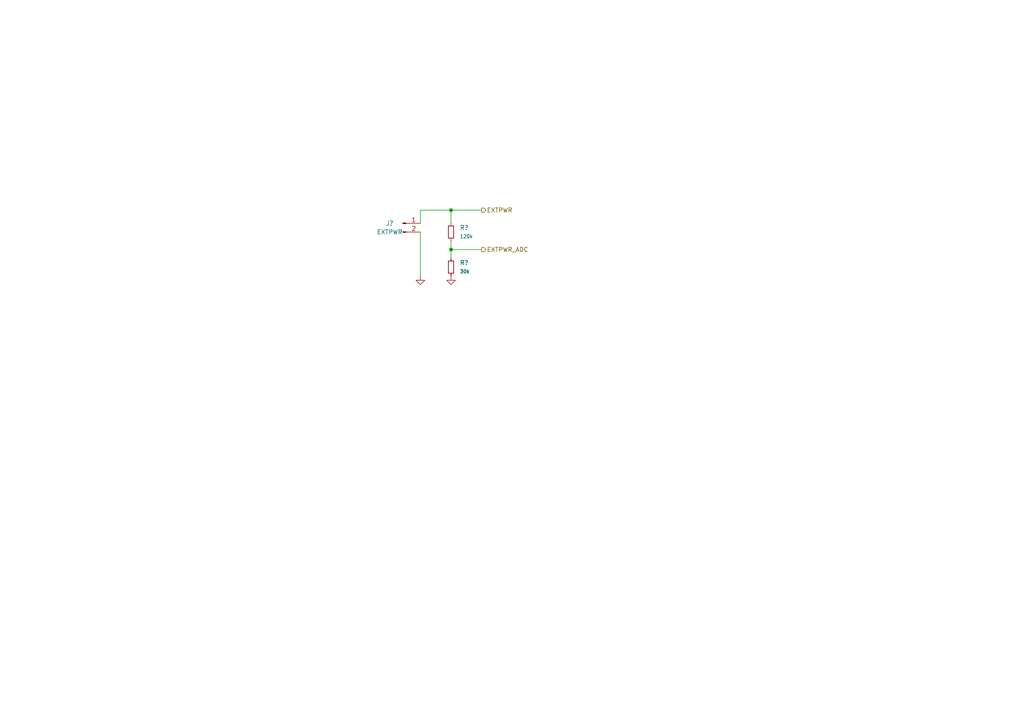
<source format=kicad_sch>
(kicad_sch (version 20211123) (generator eeschema)
  (paper "A4")
  (lib_symbols
    (symbol "Connector:Conn_01x02_Male" (pin_names (offset 1.016) hide)
      (property "Reference" "J" (at 0 2.54 0))
      (property "Value" "Conn_01x02_Male" (at 0 -5.08 0))
      (symbol "Conn_01x02_Male_1_1"
        (polyline (pts (xy 1.27 -2.54) (xy 0.8636 -2.54)) (stroke (width 0.1524)))
        (polyline (pts (xy 1.27 0) (xy 0.8636 0)) (stroke (width 0.1524)))
        (rectangle (start 0.8636 -2.413) (end 0 -2.667) (stroke (width 0.1524)) (fill (type outline)))
        (rectangle (start 0.8636 0.127) (end 0 -0.127) (stroke (width 0.1524)) (fill (type outline)))
        (pin passive line (at 5.08 0 180) (length 3.81) (name "Pin_1") (number "1"))
        (pin passive line (at 5.08 -2.54 180) (length 3.81) (name "Pin_2") (number "2"))
      )
    )
    (symbol "Device:R_Small" (pin_numbers hide) (pin_names (offset 0.254) hide)
      (property "Reference" "R" (at 0.762 0.508 0))
      (property "Value" "R_Small" (at 0.762 -1.016 0))
      (symbol "R_Small_0_1"
        (rectangle (start -0.762 1.778) (end 0.762 -1.778) (stroke (width 0.2032)))
      )
      (symbol "R_Small_1_1"
        (pin passive line (at 0 2.54 270) (length 0.762) (name "~") (number "1"))
        (pin passive line (at 0 -2.54 90) (length 0.762) (name "~") (number "2"))
      )
    )
    (symbol "power:GND" (power) (pin_names (offset 0))
      (property "Value" "GND" (at 0 -3.81 0))
      (symbol "GND_0_1"
        (polyline (pts (xy 0 0) (xy 0 -1.27) (xy 1.27 -1.27) (xy 0 -2.54) (xy -1.27 -1.27) (xy 0 -1.27)))
      )
      (symbol "GND_1_1"
        (pin power_in line (at 0 0 270) (length 0) hide (name "GND") (number "1"))
      )
    )
  )
  (junction (at 130.81 60.96))
  (junction (at 130.81 72.39))
  (wire (pts (xy 130.81 72.39) (xy 139.7 72.39)))
  (wire (pts (xy 121.92 60.96) (xy 121.92 64.77)))
  (wire (pts (xy 130.81 72.39) (xy 130.81 74.93)))
  (wire (pts (xy 121.92 67.31) (xy 121.92 80.01)))
  (wire (pts (xy 130.81 69.85) (xy 130.81 72.39)))
  (wire (pts (xy 130.81 60.96) (xy 130.81 64.77)))
  (wire (pts (xy 130.81 60.96) (xy 121.92 60.96)))
  (wire (pts (xy 139.7 60.96) (xy 130.81 60.96)))
  (hierarchical_label "EXTPWR_ADC" (shape output) (at 139.7 72.39 0))
  (hierarchical_label "EXTPWR" (shape output) (at 139.7 60.96 0))
  (symbol (lib_id "power:GND") (at 121.92 80.01 0) (unit 1)
    (property "Reference" "#PWR?" (effects hide))
    (property "Value" "GND" (effects hide))
  )
  (symbol (lib_id "Device:R_Small") (at 130.81 77.47 0) (unit 1)
    (property "Reference" "R?" (at 133.35 76.2 0) (effects (justify left)))
    (property "Value" "30k" (at 133.35 78.74 0) (effects (font (size 1 1)) (justify left)))
    (property "Footprint" "Resistor_SMD:R_0402_1005Metric_Pad0.72x0.64mm_HandSolder" (effects hide))
  )
  (symbol (lib_id "Device:R_Small") (at 130.81 67.31 0) (unit 1)
    (property "Reference" "R?" (at 133.35 66.04 0) (effects (justify left)))
    (property "Value" "120k" (at 133.35 68.58 0) (effects (font (size 1 1)) (justify left)))
    (property "Footprint" "Resistor_SMD:R_0402_1005Metric_Pad0.72x0.64mm_HandSolder" (effects hide))
  )
  (symbol (lib_id "power:GND") (at 130.81 80.01 0) (unit 1)
    (property "Reference" "#PWR?" (effects hide))
    (property "Value" "GND" (effects hide))
  )
  (symbol (lib_id "Connector:Conn_01x02_Male") (at 116.84 64.77 0) (unit 1)
    (property "Reference" "J?" (at 113.03 64.77 0))
    (property "Value" "EXTPWR" (at 113.03 67.31 0))
    (property "Footprint" "TerminalBlock:TerminalBlock_bornier-2_P5.08mm" (effects hide))
    (property "MFR" "WJ500V-5.08-2P" (effects hide))
    (property "JLCPCB Part" "C8465" (effects hide))
  )
)
</source>
